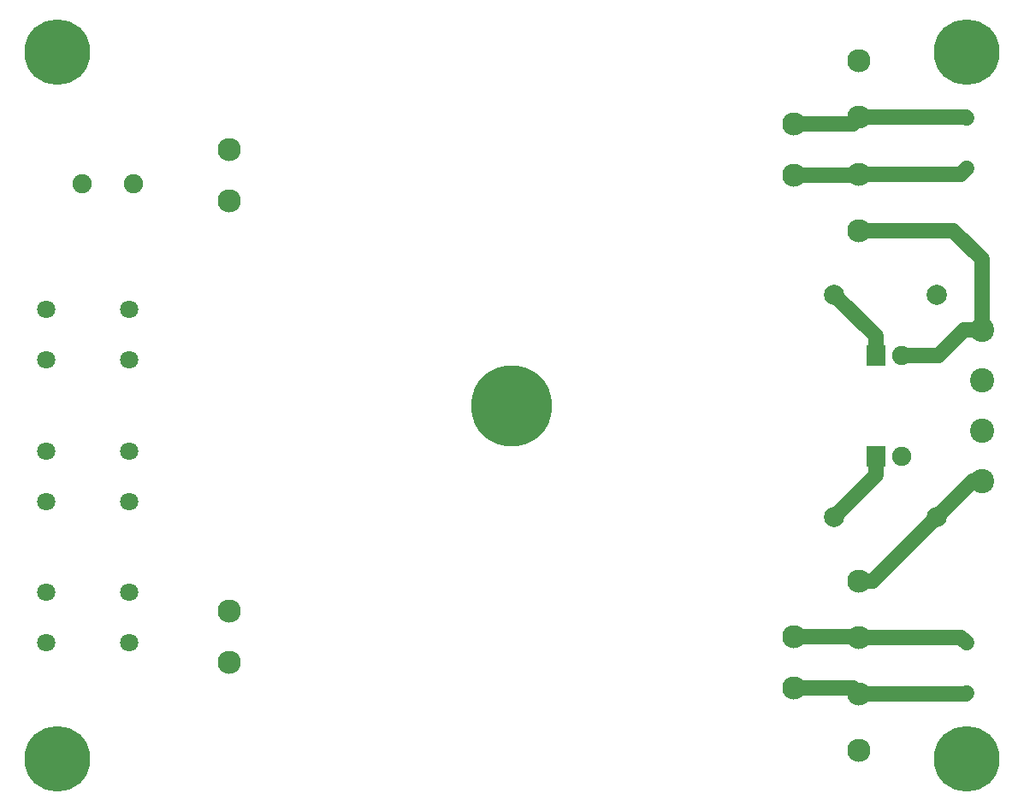
<source format=gtl>
G04 #@! TF.FileFunction,Copper,L1,Top,Signal*
%FSLAX46Y46*%
G04 Gerber Fmt 4.6, Leading zero omitted, Abs format (unit mm)*
G04 Created by KiCad (PCBNEW 4.0.1-stable) date Saturday, March 12, 2016 'PMt' 11:13:13 PM*
%MOMM*%
G01*
G04 APERTURE LIST*
%ADD10C,0.100000*%
%ADD11C,8.000000*%
%ADD12C,2.300000*%
%ADD13C,2.400000*%
%ADD14C,1.800000*%
%ADD15C,1.300000*%
%ADD16C,1.998980*%
%ADD17C,6.500000*%
%ADD18C,1.900000*%
%ADD19R,1.900000X2.000000*%
%ADD20C,1.500000*%
G04 APERTURE END LIST*
D10*
D11*
X50000000Y0D03*
D12*
X22060000Y20320000D03*
X22060000Y25400000D03*
X22060000Y-20320000D03*
X22060000Y-25400000D03*
X77940000Y27940000D03*
X77940000Y22860000D03*
X77940000Y-27940000D03*
X77940000Y-22860000D03*
D13*
X96500000Y-7500000D03*
X96500000Y-2500000D03*
X96500000Y2500000D03*
X96500000Y7500000D03*
D14*
X12100000Y9500000D03*
X3900000Y9500000D03*
X12100000Y4500000D03*
X3900000Y4500000D03*
D12*
X84350000Y17350000D03*
X84350000Y22950000D03*
X84350000Y28550000D03*
X84350000Y34150000D03*
X84350000Y-34150000D03*
X84350000Y-28550000D03*
X84350000Y-22950000D03*
X84350000Y-17350000D03*
D15*
X95000000Y28500000D03*
X95000000Y23500000D03*
X95000000Y-23500000D03*
X95000000Y-28500000D03*
D14*
X12100000Y-4500000D03*
X3900000Y-4500000D03*
X12100000Y-9500000D03*
X3900000Y-9500000D03*
X12100000Y-18500000D03*
X3900000Y-18500000D03*
X12100000Y-23500000D03*
X3900000Y-23500000D03*
D16*
X92080000Y11000000D03*
X81920000Y11000000D03*
X92080000Y-11000000D03*
X81920000Y-11000000D03*
D17*
X5000000Y-35000000D03*
X95000000Y-35000000D03*
X5000000Y35000000D03*
X95000000Y35000000D03*
D18*
X7460000Y22000000D03*
X12540000Y22000000D03*
D19*
X86000000Y-5000000D03*
D18*
X88540000Y-5000000D03*
D19*
X86000000Y5000000D03*
D18*
X88540000Y5000000D03*
D20*
X84350000Y28550000D02*
X94950000Y28550000D01*
X94950000Y28550000D02*
X95000000Y28500000D01*
X77940000Y27940000D02*
X83740000Y27940000D01*
X83740000Y27940000D02*
X84350000Y28550000D01*
X84350000Y22950000D02*
X94450000Y22950000D01*
X94450000Y22950000D02*
X95000000Y23500000D01*
X77940000Y22860000D02*
X84260000Y22860000D01*
X84260000Y22860000D02*
X84350000Y22950000D01*
X78030000Y22950000D02*
X77940000Y22860000D01*
X92250000Y5000000D02*
X94750000Y7500000D01*
X94750000Y7500000D02*
X96500000Y7500000D01*
X88540000Y5000000D02*
X92250000Y5000000D01*
X93650000Y17350000D02*
X96500000Y14500000D01*
X96500000Y14500000D02*
X96500000Y7500000D01*
X84350000Y17350000D02*
X93650000Y17350000D01*
X84350000Y-28550000D02*
X94950000Y-28550000D01*
X94950000Y-28550000D02*
X95000000Y-28500000D01*
X77940000Y-27940000D02*
X83740000Y-27940000D01*
X83740000Y-27940000D02*
X84350000Y-28550000D01*
X84350000Y-22950000D02*
X94450000Y-22950000D01*
X94450000Y-22950000D02*
X95000000Y-23500000D01*
X77940000Y-22860000D02*
X84260000Y-22860000D01*
X84260000Y-22860000D02*
X84350000Y-22950000D01*
X96500000Y-7500000D02*
X95580000Y-7500000D01*
X95580000Y-7500000D02*
X92080000Y-11000000D01*
X84350000Y-17350000D02*
X85730000Y-17350000D01*
X85730000Y-17350000D02*
X92080000Y-11000000D01*
X86000000Y5000000D02*
X86000000Y6920000D01*
X86000000Y6920000D02*
X81920000Y11000000D01*
X86000000Y-5000000D02*
X86000000Y-6920000D01*
X86000000Y-6920000D02*
X81920000Y-11000000D01*
M02*

</source>
